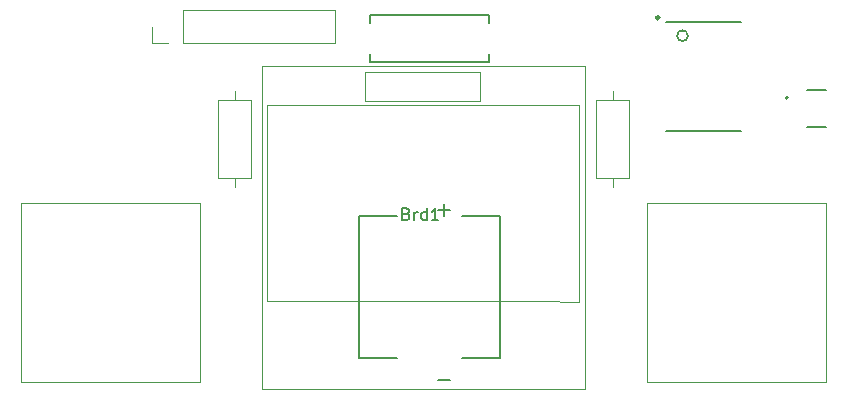
<source format=gto>
%TF.GenerationSoftware,KiCad,Pcbnew,9.0.3*%
%TF.CreationDate,2025-08-18T10:50:28+02:00*%
%TF.ProjectId,gopher-arcade,676f7068-6572-42d6-9172-636164652e6b,rev?*%
%TF.SameCoordinates,Original*%
%TF.FileFunction,Legend,Top*%
%TF.FilePolarity,Positive*%
%FSLAX46Y46*%
G04 Gerber Fmt 4.6, Leading zero omitted, Abs format (unit mm)*
G04 Created by KiCad (PCBNEW 9.0.3) date 2025-08-18 10:50:28*
%MOMM*%
%LPD*%
G01*
G04 APERTURE LIST*
%ADD10C,0.150000*%
%ADD11C,0.127000*%
%ADD12C,0.200000*%
%ADD13C,0.120000*%
%ADD14C,0.152400*%
%ADD15C,0.254000*%
G04 APERTURE END LIST*
D10*
X68533333Y-120335009D02*
X68676190Y-120382628D01*
X68676190Y-120382628D02*
X68723809Y-120430247D01*
X68723809Y-120430247D02*
X68771428Y-120525485D01*
X68771428Y-120525485D02*
X68771428Y-120668342D01*
X68771428Y-120668342D02*
X68723809Y-120763580D01*
X68723809Y-120763580D02*
X68676190Y-120811200D01*
X68676190Y-120811200D02*
X68580952Y-120858819D01*
X68580952Y-120858819D02*
X68200000Y-120858819D01*
X68200000Y-120858819D02*
X68200000Y-119858819D01*
X68200000Y-119858819D02*
X68533333Y-119858819D01*
X68533333Y-119858819D02*
X68628571Y-119906438D01*
X68628571Y-119906438D02*
X68676190Y-119954057D01*
X68676190Y-119954057D02*
X68723809Y-120049295D01*
X68723809Y-120049295D02*
X68723809Y-120144533D01*
X68723809Y-120144533D02*
X68676190Y-120239771D01*
X68676190Y-120239771D02*
X68628571Y-120287390D01*
X68628571Y-120287390D02*
X68533333Y-120335009D01*
X68533333Y-120335009D02*
X68200000Y-120335009D01*
X69200000Y-120858819D02*
X69200000Y-120192152D01*
X69200000Y-120382628D02*
X69247619Y-120287390D01*
X69247619Y-120287390D02*
X69295238Y-120239771D01*
X69295238Y-120239771D02*
X69390476Y-120192152D01*
X69390476Y-120192152D02*
X69485714Y-120192152D01*
X70247619Y-120858819D02*
X70247619Y-119858819D01*
X70247619Y-120811200D02*
X70152381Y-120858819D01*
X70152381Y-120858819D02*
X69961905Y-120858819D01*
X69961905Y-120858819D02*
X69866667Y-120811200D01*
X69866667Y-120811200D02*
X69819048Y-120763580D01*
X69819048Y-120763580D02*
X69771429Y-120668342D01*
X69771429Y-120668342D02*
X69771429Y-120382628D01*
X69771429Y-120382628D02*
X69819048Y-120287390D01*
X69819048Y-120287390D02*
X69866667Y-120239771D01*
X69866667Y-120239771D02*
X69961905Y-120192152D01*
X69961905Y-120192152D02*
X70152381Y-120192152D01*
X70152381Y-120192152D02*
X70247619Y-120239771D01*
X71247619Y-120858819D02*
X70676191Y-120858819D01*
X70961905Y-120858819D02*
X70961905Y-119858819D01*
X70961905Y-119858819D02*
X70866667Y-120001676D01*
X70866667Y-120001676D02*
X70771429Y-120096914D01*
X70771429Y-120096914D02*
X70676191Y-120144533D01*
X71197142Y-120025000D02*
X72202857Y-120025000D01*
X71699999Y-120527857D02*
X71699999Y-119522142D01*
X71197142Y-134375000D02*
X72202857Y-134375000D01*
D11*
%TO.C,U2*%
X102445000Y-113010000D02*
X104045000Y-113010000D01*
X104045000Y-109890000D02*
X102445000Y-109890000D01*
D12*
X100845000Y-110500000D02*
G75*
G02*
X100645000Y-110500000I-100000J0D01*
G01*
X100645000Y-110500000D02*
G75*
G02*
X100845000Y-110500000I100000J0D01*
G01*
D13*
%TO.C,SW1*%
X35900000Y-119400000D02*
X35900000Y-134600000D01*
X35900000Y-134600000D02*
X51100000Y-134600000D01*
X51100000Y-119400000D02*
X35900000Y-119400000D01*
X51100000Y-134600000D02*
X51100000Y-119400000D01*
%TO.C,R2*%
X86000000Y-109960000D02*
X86000000Y-110730000D01*
X86000000Y-118040000D02*
X86000000Y-117270000D01*
X84630000Y-117270000D02*
X87370000Y-117270000D01*
X87370000Y-110730000D01*
X84630000Y-110730000D01*
X84630000Y-117270000D01*
%TO.C,Brd1*%
X56300000Y-107850000D02*
X83700000Y-107850000D01*
X56300000Y-135150000D02*
X56300000Y-107850000D01*
X56722000Y-111145000D02*
X79822000Y-111145000D01*
X56722000Y-127745000D02*
X56722000Y-111145000D01*
X65001000Y-108339000D02*
X65001000Y-110752000D01*
X65001000Y-108339000D02*
X74780000Y-108339000D01*
X74780000Y-108339000D02*
X74780000Y-110752000D01*
X74780000Y-110752000D02*
X65001000Y-110752000D01*
X79822000Y-111145000D02*
X82908000Y-111145000D01*
X79822000Y-127745000D02*
X56722000Y-127745000D01*
X79822000Y-127745000D02*
X83162000Y-127770000D01*
X83162000Y-111133000D02*
X82908000Y-111145000D01*
X83162000Y-127770000D02*
X83162000Y-111133000D01*
X83700000Y-107850000D02*
X83700000Y-135150000D01*
X83700000Y-135150000D02*
X56300000Y-135150000D01*
D11*
%TO.C,LS1*%
X64500000Y-120525000D02*
X64500000Y-132525000D01*
X64500000Y-132525000D02*
X67750000Y-132525000D01*
X67750000Y-120525000D02*
X64500000Y-120525000D01*
X73250000Y-120525000D02*
X76500000Y-120525000D01*
X76500000Y-120525000D02*
X76500000Y-132525000D01*
X76500000Y-132525000D02*
X73250000Y-132525000D01*
D13*
%TO.C,SW2*%
X88900000Y-119400000D02*
X88900000Y-134600000D01*
X88900000Y-134600000D02*
X104100000Y-134600000D01*
X104100000Y-119400000D02*
X88900000Y-119400000D01*
X104100000Y-134600000D02*
X104100000Y-119400000D01*
%TO.C,R1*%
X54000000Y-109960000D02*
X54000000Y-110730000D01*
X54000000Y-118040000D02*
X54000000Y-117270000D01*
X52630000Y-117270000D02*
X55370000Y-117270000D01*
X55370000Y-110730000D01*
X52630000Y-110730000D01*
X52630000Y-117270000D01*
%TO.C,J1*%
X47000000Y-105880000D02*
X47000000Y-104500000D01*
X48380000Y-105880000D02*
X47000000Y-105880000D01*
X49650000Y-103120000D02*
X62460000Y-103120000D01*
X49650000Y-105880000D02*
X49650000Y-103120000D01*
X49650000Y-105880000D02*
X62460000Y-105880000D01*
X62460000Y-105880000D02*
X62460000Y-103120000D01*
D14*
%TO.C,U1*%
X90515000Y-104055000D02*
X96865000Y-104055000D01*
X96865000Y-113325000D02*
X90515000Y-113325000D01*
D15*
X89941000Y-103736000D02*
G75*
G02*
X89687000Y-103736000I-127000J0D01*
G01*
X89687000Y-103736000D02*
G75*
G02*
X89941000Y-103736000I127000J0D01*
G01*
D11*
X92369903Y-105261000D02*
G75*
G02*
X91454097Y-105261000I-457903J0D01*
G01*
X91454097Y-105261000D02*
G75*
G02*
X92369903Y-105261000I457903J0D01*
G01*
%TO.C,S1*%
X65500000Y-103500000D02*
X68500000Y-103500000D01*
X65500000Y-104200000D02*
X65500000Y-103500000D01*
X65500000Y-107500000D02*
X65500000Y-106800000D01*
X68500000Y-103500000D02*
X70500000Y-103500000D01*
X70500000Y-103500000D02*
X72500000Y-103500000D01*
X72500000Y-103500000D02*
X75500000Y-103500000D01*
X75500000Y-104200000D02*
X75500000Y-103500000D01*
X75500000Y-107500000D02*
X65500000Y-107500000D01*
X75500000Y-107500000D02*
X75500000Y-106800000D01*
%TD*%
M02*

</source>
